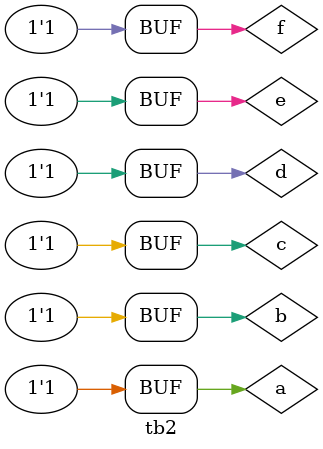
<source format=sv>
`timescale 1ns / 1ps


module tb2(
    );
    logic a,b,c,d,e,f,s;
    fmux dut(
        .a(a),
        .b(b),
        .c(c),
        .d(d),
        .e(e),
        .f(f),
        .s(s)
    );
initial begin
    for(int i = 0;i<64;i++)begin
    
        {a,b,c,d,e,f} = i;
        #1;
    
    end
   end
endmodule

</source>
